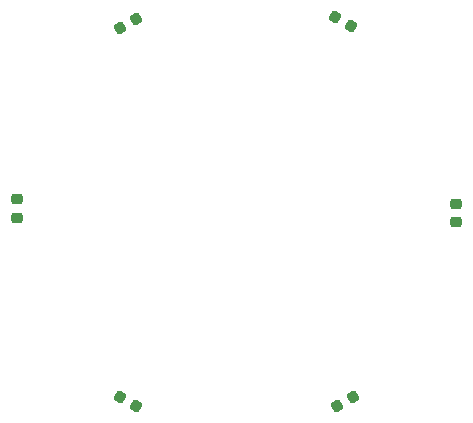
<source format=gbr>
%TF.GenerationSoftware,KiCad,Pcbnew,7.0.7*%
%TF.CreationDate,2023-09-02T14:38:40-07:00*%
%TF.ProjectId,badgelife101,62616467-656c-4696-9665-3130312e6b69,rev?*%
%TF.SameCoordinates,Original*%
%TF.FileFunction,Paste,Top*%
%TF.FilePolarity,Positive*%
%FSLAX46Y46*%
G04 Gerber Fmt 4.6, Leading zero omitted, Abs format (unit mm)*
G04 Created by KiCad (PCBNEW 7.0.7) date 2023-09-02 14:38:40*
%MOMM*%
%LPD*%
G01*
G04 APERTURE LIST*
G04 Aperture macros list*
%AMRoundRect*
0 Rectangle with rounded corners*
0 $1 Rounding radius*
0 $2 $3 $4 $5 $6 $7 $8 $9 X,Y pos of 4 corners*
0 Add a 4 corners polygon primitive as box body*
4,1,4,$2,$3,$4,$5,$6,$7,$8,$9,$2,$3,0*
0 Add four circle primitives for the rounded corners*
1,1,$1+$1,$2,$3*
1,1,$1+$1,$4,$5*
1,1,$1+$1,$6,$7*
1,1,$1+$1,$8,$9*
0 Add four rect primitives between the rounded corners*
20,1,$1+$1,$2,$3,$4,$5,0*
20,1,$1+$1,$4,$5,$6,$7,0*
20,1,$1+$1,$6,$7,$8,$9,0*
20,1,$1+$1,$8,$9,$2,$3,0*%
G04 Aperture macros list end*
%ADD10RoundRect,0.218750X0.256250X-0.218750X0.256250X0.218750X-0.256250X0.218750X-0.256250X-0.218750X0*%
%ADD11RoundRect,0.218750X0.061318X0.331294X-0.317568X0.112544X-0.061318X-0.331294X0.317568X-0.112544X0*%
%ADD12RoundRect,0.218750X-0.317568X-0.112544X0.061318X-0.331294X0.317568X0.112544X-0.061318X0.331294X0*%
%ADD13RoundRect,0.218750X-0.061318X-0.331294X0.317568X-0.112544X0.061318X0.331294X-0.317568X0.112544X0*%
G04 APERTURE END LIST*
D10*
%TO.C,D6*%
X151400000Y-89212500D03*
X151400000Y-90787500D03*
%TD*%
%TO.C,D5*%
X114200000Y-88825000D03*
X114200000Y-90400000D03*
%TD*%
D11*
%TO.C,D4*%
X141318005Y-106393750D03*
X142681995Y-105606250D03*
%TD*%
D12*
%TO.C,D3*%
X124281995Y-106393750D03*
X122918005Y-105606250D03*
%TD*%
%TO.C,D2*%
X142481995Y-74193750D03*
X141118005Y-73406250D03*
%TD*%
D13*
%TO.C,D1*%
X122918005Y-74393750D03*
X124281995Y-73606250D03*
%TD*%
M02*

</source>
